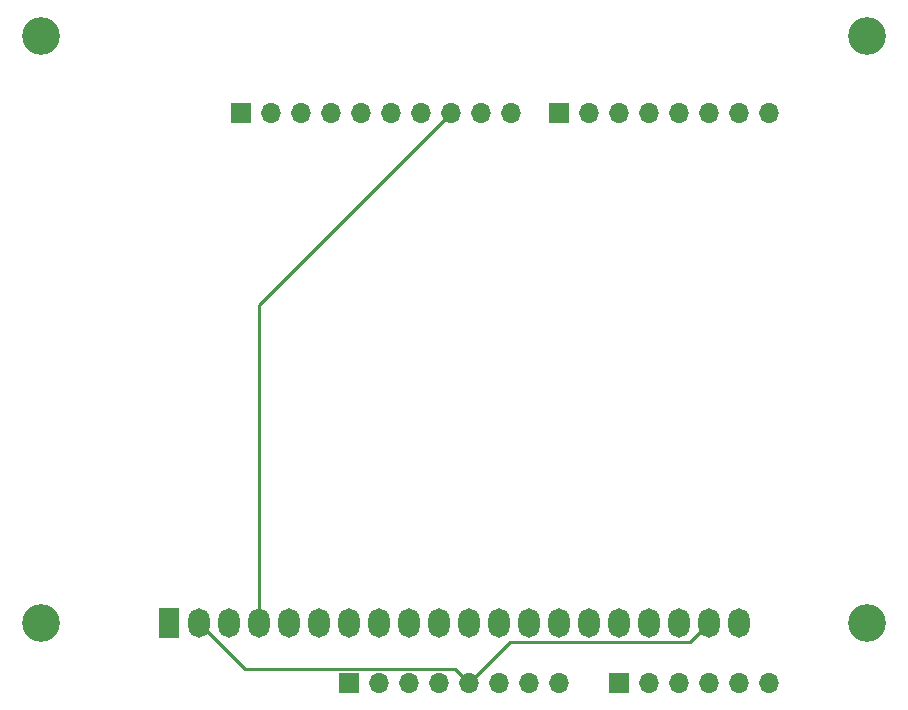
<source format=gbr>
%TF.GenerationSoftware,KiCad,Pcbnew,7.0.7-7.0.7~ubuntu22.04.1*%
%TF.CreationDate,2023-10-18T17:55:41+02:00*%
%TF.ProjectId,conway_proj,636f6e77-6179-45f7-9072-6f6a2e6b6963,rev?*%
%TF.SameCoordinates,Original*%
%TF.FileFunction,Copper,L1,Top*%
%TF.FilePolarity,Positive*%
%FSLAX46Y46*%
G04 Gerber Fmt 4.6, Leading zero omitted, Abs format (unit mm)*
G04 Created by KiCad (PCBNEW 7.0.7-7.0.7~ubuntu22.04.1) date 2023-10-18 17:55:41*
%MOMM*%
%LPD*%
G01*
G04 APERTURE LIST*
%TA.AperFunction,ComponentPad*%
%ADD10R,1.700000X1.700000*%
%TD*%
%TA.AperFunction,ComponentPad*%
%ADD11O,1.700000X1.700000*%
%TD*%
%TA.AperFunction,ComponentPad*%
%ADD12C,3.200000*%
%TD*%
%TA.AperFunction,ComponentPad*%
%ADD13R,1.800000X2.500000*%
%TD*%
%TA.AperFunction,ComponentPad*%
%ADD14O,1.800000X2.500000*%
%TD*%
%TA.AperFunction,Conductor*%
%ADD15C,0.250000*%
%TD*%
G04 APERTURE END LIST*
D10*
%TO.P,J1,1,Pin_1*%
%TO.N,unconnected-(J1-Pin_1-Pad1)*%
X102540000Y-163500000D03*
D11*
%TO.P,J1,2,Pin_2*%
%TO.N,/IOREF*%
X105080000Y-163500000D03*
%TO.P,J1,3,Pin_3*%
%TO.N,/~{RESET}*%
X107620000Y-163500000D03*
%TO.P,J1,4,Pin_4*%
%TO.N,+3V3*%
X110160000Y-163500000D03*
%TO.P,J1,5,Pin_5*%
%TO.N,+5V*%
X112700000Y-163500000D03*
%TO.P,J1,6,Pin_6*%
%TO.N,GND*%
X115240000Y-163500000D03*
%TO.P,J1,7,Pin_7*%
X117780000Y-163500000D03*
%TO.P,J1,8,Pin_8*%
%TO.N,VCC*%
X120320000Y-163500000D03*
%TD*%
D10*
%TO.P,J3,1,Pin_1*%
%TO.N,/A0*%
X125400000Y-163500000D03*
D11*
%TO.P,J3,2,Pin_2*%
%TO.N,/A1*%
X127940000Y-163500000D03*
%TO.P,J3,3,Pin_3*%
%TO.N,/A2*%
X130480000Y-163500000D03*
%TO.P,J3,4,Pin_4*%
%TO.N,/A3*%
X133020000Y-163500000D03*
%TO.P,J3,5,Pin_5*%
%TO.N,/SDA{slash}A4*%
X135560000Y-163500000D03*
%TO.P,J3,6,Pin_6*%
%TO.N,/SCL{slash}A5*%
X138100000Y-163500000D03*
%TD*%
D10*
%TO.P,J2,1,Pin_1*%
%TO.N,/SCL{slash}A5*%
X93396000Y-115240000D03*
D11*
%TO.P,J2,2,Pin_2*%
%TO.N,/SDA{slash}A4*%
X95936000Y-115240000D03*
%TO.P,J2,3,Pin_3*%
%TO.N,/AREF*%
X98476000Y-115240000D03*
%TO.P,J2,4,Pin_4*%
%TO.N,GND*%
X101016000Y-115240000D03*
%TO.P,J2,5,Pin_5*%
%TO.N,/13*%
X103556000Y-115240000D03*
%TO.P,J2,6,Pin_6*%
%TO.N,/12*%
X106096000Y-115240000D03*
%TO.P,J2,7,Pin_7*%
%TO.N,/\u002A11*%
X108636000Y-115240000D03*
%TO.P,J2,8,Pin_8*%
%TO.N,/\u002A10*%
X111176000Y-115240000D03*
%TO.P,J2,9,Pin_9*%
%TO.N,/\u002A9*%
X113716000Y-115240000D03*
%TO.P,J2,10,Pin_10*%
%TO.N,/8*%
X116256000Y-115240000D03*
%TD*%
D10*
%TO.P,J4,1,Pin_1*%
%TO.N,/7*%
X120320000Y-115240000D03*
D11*
%TO.P,J4,2,Pin_2*%
%TO.N,/\u002A6*%
X122860000Y-115240000D03*
%TO.P,J4,3,Pin_3*%
%TO.N,/\u002A5*%
X125400000Y-115240000D03*
%TO.P,J4,4,Pin_4*%
%TO.N,/4*%
X127940000Y-115240000D03*
%TO.P,J4,5,Pin_5*%
%TO.N,/\u002A3*%
X130480000Y-115240000D03*
%TO.P,J4,6,Pin_6*%
%TO.N,/2*%
X133020000Y-115240000D03*
%TO.P,J4,7,Pin_7*%
%TO.N,/TX{slash}1*%
X135560000Y-115240000D03*
%TO.P,J4,8,Pin_8*%
%TO.N,/RX{slash}0*%
X138100000Y-115240000D03*
%TD*%
D12*
%TO.P,DS1,*%
%TO.N,*%
X76430000Y-158420000D03*
X146430000Y-158420000D03*
X76430000Y-108720000D03*
X146430000Y-108720000D03*
D13*
%TO.P,DS1,1,GND*%
%TO.N,GND*%
X87300000Y-158420000D03*
D14*
%TO.P,DS1,2,VCC*%
%TO.N,+5V*%
X89840000Y-158420000D03*
%TO.P,DS1,3,VO*%
%TO.N,unconnected-(DS1-VO-Pad3)*%
X92380000Y-158420000D03*
%TO.P,DS1,4,RS*%
%TO.N,/\u002A10*%
X94920000Y-158420000D03*
%TO.P,DS1,5,R/W*%
%TO.N,/\u002A11*%
X97460000Y-158420000D03*
%TO.P,DS1,6,E*%
%TO.N,/13*%
X100000000Y-158420000D03*
%TO.P,DS1,7,DB0*%
%TO.N,unconnected-(DS1-DB0-Pad7)*%
X102540000Y-158420000D03*
%TO.P,DS1,8,DB1*%
%TO.N,unconnected-(DS1-DB1-Pad8)*%
X105080000Y-158420000D03*
%TO.P,DS1,9,DB2*%
%TO.N,unconnected-(DS1-DB2-Pad9)*%
X107620000Y-158420000D03*
%TO.P,DS1,10,DB3*%
%TO.N,unconnected-(DS1-DB3-Pad10)*%
X110160000Y-158420000D03*
%TO.P,DS1,11,DB4*%
%TO.N,unconnected-(DS1-DB4-Pad11)*%
X112700000Y-158420000D03*
%TO.P,DS1,12,DB5*%
%TO.N,unconnected-(DS1-DB5-Pad12)*%
X115240000Y-158420000D03*
%TO.P,DS1,13,DB6*%
%TO.N,unconnected-(DS1-DB6-Pad13)*%
X117780000Y-158420000D03*
%TO.P,DS1,14,DB7*%
%TO.N,unconnected-(DS1-DB7-Pad14)*%
X120320000Y-158420000D03*
%TO.P,DS1,15,PSB*%
%TO.N,GND*%
X122860000Y-158420000D03*
%TO.P,DS1,16,NC*%
%TO.N,unconnected-(DS1-NC-Pad16)*%
X125400000Y-158420000D03*
%TO.P,DS1,17,RST*%
%TO.N,unconnected-(DS1-RST-Pad17)*%
X127940000Y-158420000D03*
%TO.P,DS1,18,VOUT*%
%TO.N,unconnected-(DS1-VOUT-Pad18)*%
X130480000Y-158420000D03*
%TO.P,DS1,19,BLA*%
%TO.N,+5V*%
X133020000Y-158420000D03*
%TO.P,DS1,20,BLK*%
%TO.N,GND*%
X135560000Y-158420000D03*
%TD*%
D15*
%TO.N,+5V*%
X131445000Y-159995000D02*
X133020000Y-158420000D01*
X93745000Y-162325000D02*
X111525000Y-162325000D01*
X116205000Y-159995000D02*
X131445000Y-159995000D01*
X111525000Y-162325000D02*
X112700000Y-163500000D01*
X89840000Y-158420000D02*
X93745000Y-162325000D01*
X112700000Y-163500000D02*
X116205000Y-159995000D01*
%TO.N,/\u002A10*%
X94920000Y-158420000D02*
X94920000Y-131496000D01*
X94920000Y-131496000D02*
X111176000Y-115240000D01*
%TD*%
M02*

</source>
